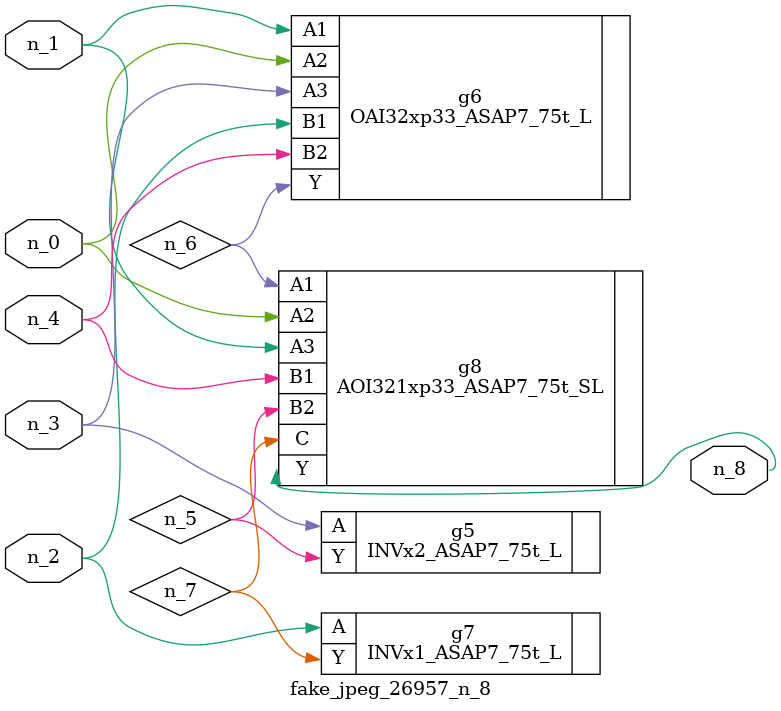
<source format=v>
module fake_jpeg_26957_n_8 (n_3, n_2, n_1, n_0, n_4, n_8);

input n_3;
input n_2;
input n_1;
input n_0;
input n_4;

output n_8;

wire n_6;
wire n_5;
wire n_7;

INVx2_ASAP7_75t_L g5 ( 
.A(n_3),
.Y(n_5)
);

OAI32xp33_ASAP7_75t_L g6 ( 
.A1(n_1),
.A2(n_0),
.A3(n_3),
.B1(n_2),
.B2(n_4),
.Y(n_6)
);

INVx1_ASAP7_75t_L g7 ( 
.A(n_2),
.Y(n_7)
);

AOI321xp33_ASAP7_75t_SL g8 ( 
.A1(n_6),
.A2(n_0),
.A3(n_1),
.B1(n_4),
.B2(n_5),
.C(n_7),
.Y(n_8)
);


endmodule
</source>
